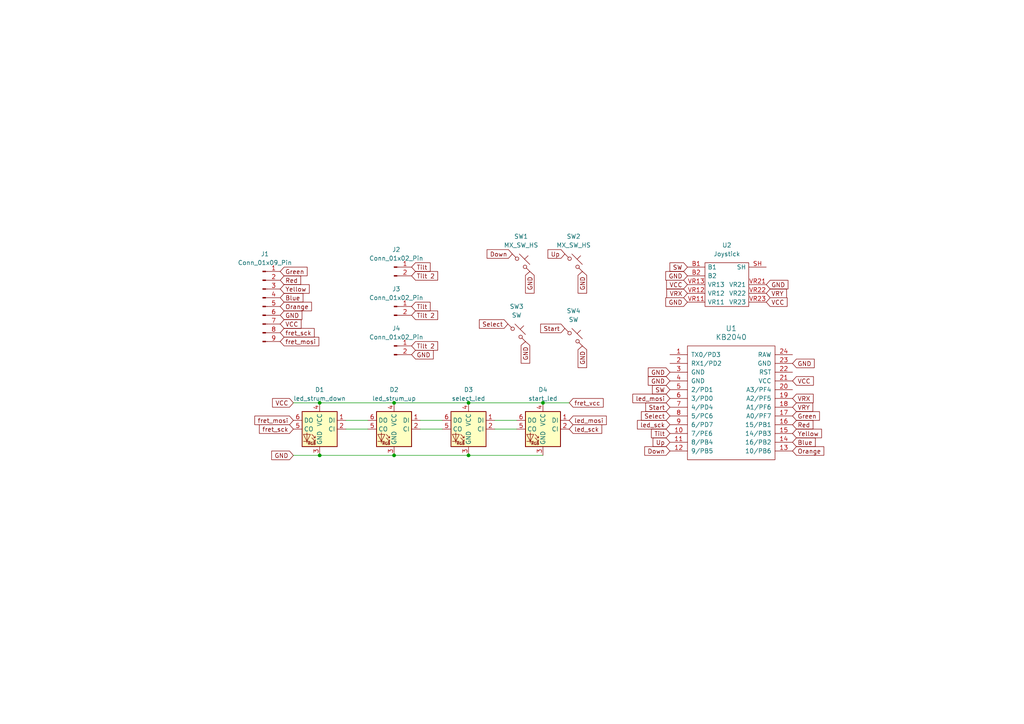
<source format=kicad_sch>
(kicad_sch (version 20230121) (generator eeschema)
  (paper "A4")
  (lib_symbols
    (symbol "Connector:Conn_01x02_Pin" (pin_names (offset 1.016) hide)
      (property "Reference" "J" (at 0 2.54 0))
      (property "Value" "Conn_01x02_Pin" (at 0 -5.08 0))
      (symbol "Conn_01x02_Pin_1_1"
        (polyline (pts (xy 1.27 -2.54) (xy 0.8636 -2.54)) (stroke (width 0.1524)))
        (polyline (pts (xy 1.27 0) (xy 0.8636 0)) (stroke (width 0.1524)))
        (rectangle (start 0.8636 -2.413) (end 0 -2.667) (stroke (width 0.1524)) (fill (type outline)))
        (rectangle (start 0.8636 0.127) (end 0 -0.127) (stroke (width 0.1524)) (fill (type outline)))
        (pin passive line (at 5.08 0 180) (length 3.81) (name "Pin_1") (number "1"))
        (pin passive line (at 5.08 -2.54 180) (length 3.81) (name "Pin_2") (number "2"))
      )
    )
    (symbol "Connector:Conn_01x09_Pin" (pin_names (offset 1.016) hide)
      (property "Reference" "J" (at 0 12.7 0))
      (property "Value" "Conn_01x09_Pin" (at 0 -12.7 0))
      (symbol "Conn_01x09_Pin_1_1"
        (polyline (pts (xy 1.27 -10.16) (xy 0.8636 -10.16)) (stroke (width 0.1524)))
        (polyline (pts (xy 1.27 -7.62) (xy 0.8636 -7.62)) (stroke (width 0.1524)))
        (polyline (pts (xy 1.27 -5.08) (xy 0.8636 -5.08)) (stroke (width 0.1524)))
        (polyline (pts (xy 1.27 -2.54) (xy 0.8636 -2.54)) (stroke (width 0.1524)))
        (polyline (pts (xy 1.27 0) (xy 0.8636 0)) (stroke (width 0.1524)))
        (polyline (pts (xy 1.27 2.54) (xy 0.8636 2.54)) (stroke (width 0.1524)))
        (polyline (pts (xy 1.27 5.08) (xy 0.8636 5.08)) (stroke (width 0.1524)))
        (polyline (pts (xy 1.27 7.62) (xy 0.8636 7.62)) (stroke (width 0.1524)))
        (polyline (pts (xy 1.27 10.16) (xy 0.8636 10.16)) (stroke (width 0.1524)))
        (rectangle (start 0.8636 -10.033) (end 0 -10.287) (stroke (width 0.1524)) (fill (type outline)))
        (rectangle (start 0.8636 -7.493) (end 0 -7.747) (stroke (width 0.1524)) (fill (type outline)))
        (rectangle (start 0.8636 -4.953) (end 0 -5.207) (stroke (width 0.1524)) (fill (type outline)))
        (rectangle (start 0.8636 -2.413) (end 0 -2.667) (stroke (width 0.1524)) (fill (type outline)))
        (rectangle (start 0.8636 0.127) (end 0 -0.127) (stroke (width 0.1524)) (fill (type outline)))
        (rectangle (start 0.8636 2.667) (end 0 2.413) (stroke (width 0.1524)) (fill (type outline)))
        (rectangle (start 0.8636 5.207) (end 0 4.953) (stroke (width 0.1524)) (fill (type outline)))
        (rectangle (start 0.8636 7.747) (end 0 7.493) (stroke (width 0.1524)) (fill (type outline)))
        (rectangle (start 0.8636 10.287) (end 0 10.033) (stroke (width 0.1524)) (fill (type outline)))
        (pin passive line (at 5.08 10.16 180) (length 3.81) (name "Pin_1") (number "1"))
        (pin passive line (at 5.08 7.62 180) (length 3.81) (name "Pin_2") (number "2"))
        (pin passive line (at 5.08 5.08 180) (length 3.81) (name "Pin_3") (number "3"))
        (pin passive line (at 5.08 2.54 180) (length 3.81) (name "Pin_4") (number "4"))
        (pin passive line (at 5.08 0 180) (length 3.81) (name "Pin_5") (number "5"))
        (pin passive line (at 5.08 -2.54 180) (length 3.81) (name "Pin_6") (number "6"))
        (pin passive line (at 5.08 -5.08 180) (length 3.81) (name "Pin_7") (number "7"))
        (pin passive line (at 5.08 -7.62 180) (length 3.81) (name "Pin_8") (number "8"))
        (pin passive line (at 5.08 -10.16 180) (length 3.81) (name "Pin_9") (number "9"))
      )
    )
    (symbol "LED:APA102"
      (property "Reference" "D" (at 5.08 5.715 0))
      (property "Value" "APA102" (at 1.27 -5.715 0))
      (symbol "APA102_0_0"
        (text "RGB" (at 2.286 -4.191 0) (effects (font (size 0.762 0.762))))
      )
      (symbol "APA102_0_1"
        (polyline (pts (xy 1.27 -3.556) (xy 1.778 -3.556)))
        (polyline (pts (xy 1.27 -2.54) (xy 1.778 -2.54)))
        (polyline (pts (xy 4.699 -3.556) (xy 2.667 -3.556)))
        (polyline (pts (xy 2.286 -2.54) (xy 1.27 -3.556) (xy 1.27 -3.048)))
        (polyline (pts (xy 2.286 -1.524) (xy 1.27 -2.54) (xy 1.27 -2.032)))
        (polyline (pts (xy 3.683 -1.016) (xy 3.683 -3.556) (xy 3.683 -4.064)))
        (polyline (pts (xy 4.699 -1.524) (xy 2.667 -1.524) (xy 3.683 -3.556) (xy 4.699 -1.524)))
        (rectangle (start 5.08 5.08) (end -5.08 -5.08) (stroke (width 0.254)) (fill (type background)))
      )
      (symbol "APA102_1_1"
        (pin input line (at -7.62 2.54 0) (length 2.54) (name "DI") (number "1"))
        (pin input line (at -7.62 0 0) (length 2.54) (name "CI") (number "2"))
        (pin power_in line (at 0 -7.62 90) (length 2.54) (name "GND") (number "3"))
        (pin power_in line (at 0 7.62 270) (length 2.54) (name "VCC") (number "4"))
        (pin output line (at 7.62 0 180) (length 2.54) (name "CO") (number "5"))
        (pin output line (at 7.62 2.54 180) (length 2.54) (name "DO") (number "6"))
      )
    )
    (symbol "Minibar:Joystick" (pin_names (offset 0.762))
      (property "Reference" "U1" (at 0 11.43 0))
      (property "Value" "Joystick" (at 0 8.89 0))
      (symbol "Joystick_0_0"
        (pin passive line (at -11.43 -5.08 0) (length 5.08) (name "VR11") (number "VR11"))
        (pin passive line (at -11.43 -2.54 0) (length 5.08) (name "VR12") (number "VR12"))
        (pin passive line (at -11.43 0 0) (length 5.08) (name "VR13") (number "VR13"))
        (pin passive line (at 11.43 0 180) (length 5.08) (name "VR21") (number "VR21"))
        (pin passive line (at 11.43 -2.54 180) (length 5.08) (name "VR22") (number "VR22"))
        (pin passive line (at 11.43 -5.08 180) (length 5.08) (name "VR23") (number "VR23"))
      )
      (symbol "Joystick_0_1"
        (polyline (pts (xy -6.35 6.35) (xy 6.35 6.35) (xy 6.35 -6.35) (xy -6.35 -6.35) (xy -6.35 6.35)) (stroke (width 0.1524)))
      )
      (symbol "Joystick_1_0"
        (pin passive line (at -11.43 5.08 0) (length 5.08) (name "B1") (number "B1"))
        (pin passive line (at -11.43 2.54 0) (length 5.08) (name "B2") (number "B2"))
        (pin passive line (at 11.43 5.08 180) (length 5.08) (name "SH") (number "SH"))
      )
    )
    (symbol "Minibar:KB2040" (pin_names (offset 1.016))
      (property "Reference" "U1" (at 0 21.59 0))
      (property "Value" "KB2040" (at 0 19.05 0))
      (symbol "KB2040_0_1"
        (rectangle (start -12.7 -16.51) (end 12.7 16.51))
      )
      (symbol "KB2040_1_1"
        (pin input line (at -17.78 13.97 0) (length 5.08) (name "TX0/PD3") (number "1"))
        (pin input line (at -17.78 -8.89 0) (length 5.08) (name "7/PE6") (number "10"))
        (pin input line (at -17.78 -11.43 0) (length 5.08) (name "8/PB4") (number "11"))
        (pin input line (at -17.78 -13.97 0) (length 5.08) (name "9/PB5") (number "12"))
        (pin input line (at 17.78 -13.97 180) (length 5.08) (name "10/PB6") (number "13"))
        (pin input line (at 17.78 -11.43 180) (length 5.08) (name "16/PB2") (number "14"))
        (pin input line (at 17.78 -8.89 180) (length 5.08) (name "14/PB3") (number "15"))
        (pin input line (at 17.78 -6.35 180) (length 5.08) (name "15/PB1") (number "16"))
        (pin input line (at 17.78 -3.81 180) (length 5.08) (name "A0/PF7") (number "17"))
        (pin input line (at 17.78 -1.27 180) (length 5.08) (name "A1/PF6") (number "18"))
        (pin input line (at 17.78 1.27 180) (length 5.08) (name "A2/PF5") (number "19"))
        (pin input line (at -17.78 11.43 0) (length 5.08) (name "RX1/PD2") (number "2"))
        (pin input line (at 17.78 3.81 180) (length 5.08) (name "A3/PF4") (number "20"))
        (pin input line (at 17.78 6.35 180) (length 5.08) (name "VCC") (number "21"))
        (pin input line (at 17.78 8.89 180) (length 5.08) (name "RST") (number "22"))
        (pin input line (at 17.78 11.43 180) (length 5.08) (name "GND") (number "23"))
        (pin input line (at 17.78 13.97 180) (length 5.08) (name "RAW") (number "24"))
        (pin input line (at -17.78 8.89 0) (length 5.08) (name "GND") (number "3"))
        (pin input line (at -17.78 6.35 0) (length 5.08) (name "GND") (number "4"))
        (pin input line (at -17.78 3.81 0) (length 5.08) (name "2/PD1") (number "5"))
        (pin input line (at -17.78 1.27 0) (length 5.08) (name "3/PD0") (number "6"))
        (pin input line (at -17.78 -1.27 0) (length 5.08) (name "4/PD4") (number "7"))
        (pin input line (at -17.78 -3.81 0) (length 5.08) (name "5/PC6") (number "8"))
        (pin input line (at -17.78 -6.35 0) (length 5.08) (name "6/PD7") (number "9"))
      )
    )
    (symbol "marbastlib-mx:MX_SW_HS" (pin_numbers hide) (pin_names (offset 1.016) hide)
      (property "Reference" "SW" (at 3.048 1.016 0))
      (property "Value" "MX_SW_HS" (at 0 -3.81 0))
      (symbol "MX_SW_HS_0_1"
        (circle (center -1.1684 1.1684) (radius 0.508))
        (polyline (pts (xy -0.508 2.54) (xy 2.54 -0.508)))
        (polyline (pts (xy 1.016 1.016) (xy 2.032 2.032)))
        (polyline (pts (xy -2.54 2.54) (xy -1.524 1.524) (xy -1.524 1.524)))
        (polyline (pts (xy 1.524 -1.524) (xy 2.54 -2.54) (xy 2.54 -2.54) (xy 2.54 -2.54)))
        (circle (center 1.143 -1.1938) (radius 0.508))
        (pin passive line (at -2.54 2.54 0) (length 0) (name "1") (number "1"))
        (pin passive line (at 2.54 -2.54 180) (length 0) (name "2") (number "2"))
      )
    )
  )
  (junction (at 114.3 116.84))
  (junction (at 92.71 132.08))
  (junction (at 114.3 132.08))
  (junction (at 157.48 116.84))
  (junction (at 135.89 132.08))
  (junction (at 92.71 116.84))
  (junction (at 135.89 116.84))
  (wire (pts (xy 100.33 124.46) (xy 106.68 124.46)))
  (wire (pts (xy 157.48 116.84) (xy 165.1 116.84)))
  (wire (pts (xy 121.92 121.92) (xy 128.27 121.92)))
  (wire (pts (xy 100.33 121.92) (xy 106.68 121.92)))
  (wire (pts (xy 143.51 124.46) (xy 149.86 124.46)))
  (wire (pts (xy 121.92 124.46) (xy 128.27 124.46)))
  (wire (pts (xy 135.89 132.08) (xy 157.48 132.08)))
  (wire (pts (xy 92.71 116.84) (xy 114.3 116.84)))
  (wire (pts (xy 85.09 116.84) (xy 92.71 116.84)))
  (wire (pts (xy 135.89 116.84) (xy 157.48 116.84)))
  (wire (pts (xy 114.3 116.84) (xy 135.89 116.84)))
  (wire (pts (xy 114.3 132.08) (xy 135.89 132.08)))
  (wire (pts (xy 92.71 132.08) (xy 114.3 132.08)))
  (wire (pts (xy 85.09 132.08) (xy 92.71 132.08)))
  (wire (pts (xy 143.51 121.92) (xy 149.86 121.92)))
  (global_label "Start" (shape input) (at 163.83 95.25 180) (property "Intersheetrefs" "${INTERSHEET_REFS}" (effects hide)))
  (global_label "Up" (shape input) (at 163.83 73.66 180) (property "Intersheetrefs" "${INTERSHEET_REFS}" (effects hide)))
  (global_label "GND" (shape input) (at 194.31 110.49 180) (property "Intersheetrefs" "${INTERSHEET_REFS}" (effects hide)))
  (global_label "GND" (shape input) (at 222.25 82.55 0) (property "Intersheetrefs" "${INTERSHEET_REFS}" (effects hide)))
  (global_label "fret_mosi" (shape input) (at 85.09 121.92 180) (property "Intersheetrefs" "${INTERSHEET_REFS}" (effects hide)))
  (global_label "Tilt" (shape input) (at 194.31 125.73 180) (property "Intersheetrefs" "${INTERSHEET_REFS}" (effects hide)))
  (global_label "GND" (shape input) (at 194.31 107.95 180) (property "Intersheetrefs" "${INTERSHEET_REFS}" (effects hide)))
  (global_label "VRX" (shape input) (at 199.39 85.09 180) (property "Intersheetrefs" "${INTERSHEET_REFS}" (effects hide)))
  (global_label "Tilt 2" (shape input) (at 119.38 91.44 0) (property "Intersheetrefs" "${INTERSHEET_REFS}" (effects hide)))
  (global_label "Green" (shape input) (at 229.87 120.65 0) (property "Intersheetrefs" "${INTERSHEET_REFS}" (effects hide)))
  (global_label "VRY" (shape input) (at 222.25 85.09 0) (property "Intersheetrefs" "${INTERSHEET_REFS}" (effects hide)))
  (global_label "Blue" (shape input) (at 81.28 86.36 0) (property "Intersheetrefs" "${INTERSHEET_REFS}" (effects hide)))
  (global_label "Orange" (shape input) (at 229.87 130.81 0) (property "Intersheetrefs" "${INTERSHEET_REFS}" (effects hide)))
  (global_label "VCC" (shape input) (at 85.09 116.84 180) (property "Intersheetrefs" "${INTERSHEET_REFS}" (effects hide)))
  (global_label "Tilt" (shape input) (at 119.38 77.47 0) (property "Intersheetrefs" "${INTERSHEET_REFS}" (effects hide)))
  (global_label "Start" (shape input) (at 194.31 118.11 180) (property "Intersheetrefs" "${INTERSHEET_REFS}" (effects hide)))
  (global_label "VRY" (shape input) (at 229.87 118.11 0) (property "Intersheetrefs" "${INTERSHEET_REFS}" (effects hide)))
  (global_label "VCC" (shape input) (at 81.28 93.98 0) (property "Intersheetrefs" "${INTERSHEET_REFS}" (effects hide)))
  (global_label "Yellow" (shape input) (at 81.28 83.82 0) (property "Intersheetrefs" "${INTERSHEET_REFS}" (effects hide)))
  (global_label "VRX" (shape input) (at 229.87 115.57 0) (property "Intersheetrefs" "${INTERSHEET_REFS}" (effects hide)))
  (global_label "Select" (shape input) (at 147.32 93.98 180) (property "Intersheetrefs" "${INTERSHEET_REFS}" (effects hide)))
  (global_label "Red" (shape input) (at 229.87 123.19 0) (property "Intersheetrefs" "${INTERSHEET_REFS}" (effects hide)))
  (global_label "led_sck" (shape input) (at 165.1 124.46 0) (property "Intersheetrefs" "${INTERSHEET_REFS}" (effects hide)))
  (global_label "Tilt" (shape input) (at 119.38 88.9 0) (property "Intersheetrefs" "${INTERSHEET_REFS}" (effects hide)))
  (global_label "Green" (shape input) (at 81.28 78.74 0) (property "Intersheetrefs" "${INTERSHEET_REFS}" (effects hide)))
  (global_label "VCC" (shape input) (at 229.87 110.49 0) (property "Intersheetrefs" "${INTERSHEET_REFS}" (effects hide)))
  (global_label "led_mosi" (shape input) (at 165.1 121.92 0) (property "Intersheetrefs" "${INTERSHEET_REFS}" (effects hide)))
  (global_label "Yellow" (shape input) (at 229.87 125.73 0) (property "Intersheetrefs" "${INTERSHEET_REFS}" (effects hide)))
  (global_label "GND" (shape input) (at 153.67 78.74 270) (property "Intersheetrefs" "${INTERSHEET_REFS}" (effects hide)))
  (global_label "SW" (shape input) (at 194.31 113.03 180) (property "Intersheetrefs" "${INTERSHEET_REFS}" (effects hide)))
  (global_label "GND" (shape input) (at 199.39 87.63 180) (property "Intersheetrefs" "${INTERSHEET_REFS}" (effects hide)))
  (global_label "Tilt 2" (shape input) (at 119.38 80.01 0) (property "Intersheetrefs" "${INTERSHEET_REFS}" (effects hide)))
  (global_label "GND" (shape input) (at 229.87 105.41 0) (property "Intersheetrefs" "${INTERSHEET_REFS}" (effects hide)))
  (global_label "led_mosi" (shape input) (at 194.31 115.57 180) (property "Intersheetrefs" "${INTERSHEET_REFS}" (effects hide)))
  (global_label "GND" (shape input) (at 168.91 100.33 270) (property "Intersheetrefs" "${INTERSHEET_REFS}" (effects hide)))
  (global_label "GND" (shape input) (at 81.28 91.44 0) (property "Intersheetrefs" "${INTERSHEET_REFS}" (effects hide)))
  (global_label "fret_sck" (shape input) (at 85.09 124.46 180) (property "Intersheetrefs" "${INTERSHEET_REFS}" (effects hide)))
  (global_label "Up" (shape input) (at 194.31 128.27 180) (property "Intersheetrefs" "${INTERSHEET_REFS}" (effects hide)))
  (global_label "VCC" (shape input) (at 199.39 82.55 180) (property "Intersheetrefs" "${INTERSHEET_REFS}" (effects hide)))
  (global_label "GND" (shape input) (at 168.91 78.74 270) (property "Intersheetrefs" "${INTERSHEET_REFS}" (effects hide)))
  (global_label "GND" (shape input) (at 85.09 132.08 180) (property "Intersheetrefs" "${INTERSHEET_REFS}" (effects hide)))
  (global_label "GND" (shape input) (at 199.39 80.01 180) (property "Intersheetrefs" "${INTERSHEET_REFS}" (effects hide)))
  (global_label "led_sck" (shape input) (at 194.31 123.19 180) (property "Intersheetrefs" "${INTERSHEET_REFS}" (effects hide)))
  (global_label "Select" (shape input) (at 194.31 120.65 180) (property "Intersheetrefs" "${INTERSHEET_REFS}" (effects hide)))
  (global_label "VCC" (shape input) (at 222.25 87.63 0) (property "Intersheetrefs" "${INTERSHEET_REFS}" (effects hide)))
  (global_label "Down" (shape input) (at 194.31 130.81 180) (property "Intersheetrefs" "${INTERSHEET_REFS}" (effects hide)))
  (global_label "fret_sck" (shape input) (at 81.28 96.52 0) (property "Intersheetrefs" "${INTERSHEET_REFS}" (effects hide)))
  (global_label "GND" (shape input) (at 152.4 99.06 270) (property "Intersheetrefs" "${INTERSHEET_REFS}" (effects hide)))
  (global_label "Blue" (shape input) (at 229.87 128.27 0) (property "Intersheetrefs" "${INTERSHEET_REFS}" (effects hide)))
  (global_label "Down" (shape input) (at 148.59 73.66 180) (property "Intersheetrefs" "${INTERSHEET_REFS}" (effects hide)))
  (global_label "fret_vcc" (shape input) (at 165.1 116.84 0) (property "Intersheetrefs" "${INTERSHEET_REFS}" (effects hide)))
  (global_label "Orange" (shape input) (at 81.28 88.9 0) (property "Intersheetrefs" "${INTERSHEET_REFS}" (effects hide)))
  (global_label "fret_mosi" (shape input) (at 81.28 99.06 0) (property "Intersheetrefs" "${INTERSHEET_REFS}" (effects hide)))
  (global_label "Tilt 2" (shape input) (at 119.38 100.33 0) (property "Intersheetrefs" "${INTERSHEET_REFS}" (effects hide)))
  (global_label "GND" (shape input) (at 119.38 102.87 0) (property "Intersheetrefs" "${INTERSHEET_REFS}" (effects hide)))
  (global_label "SW" (shape input) (at 199.39 77.47 180) (property "Intersheetrefs" "${INTERSHEET_REFS}" (effects hide)))
  (global_label "Red" (shape input) (at 81.28 81.28 0) (property "Intersheetrefs" "${INTERSHEET_REFS}" (effects hide)))
  (symbol (lib_id "Connector:Conn_01x02_Pin") (at 114.3 77.47 0) (unit 1)
    (property "Reference" "J2" (at 114.935 72.39 0))
    (property "Value" "Conn_01x02_Pin" (at 114.935 74.93 0))
    (property "Footprint" "Connector_PinHeader_2.54mm:PinHeader_1x02_P2.54mm_Vertical" (effects hide))
  )
  (symbol (lib_id "marbastlib-mx:MX_SW_HS") (at 151.13 76.2 0) (unit 1)
    (property "Reference" "SW1" (at 151.13 68.58 0))
    (property "Value" "MX_SW_HS" (at 151.13 71.12 0))
    (property "Footprint" "Minibar:Kailh_Hotswap_MX" (effects hide))
  )
  (symbol (lib_id "LED:APA102") (at 157.48 124.46 0) (mirror y) (unit 1)
    (property "Reference" "D4" (at 157.48 113.03 0))
    (property "Value" "start_led" (at 157.48 115.57 0))
    (property "Footprint" "LED_SMD:LED_RGB_5050-6" (effects hide))
    (property "Datasheet" "http://www.led-color.com/upload/201506/APA102%20LED.pdf" (effects hide))
  )
  (symbol (lib_id "LED:APA102") (at 135.89 124.46 0) (mirror y) (unit 1)
    (property "Reference" "D3" (at 135.89 113.03 0))
    (property "Value" "select_led" (at 135.89 115.57 0))
    (property "Footprint" "LED_SMD:LED_RGB_5050-6" (effects hide))
    (property "Datasheet" "http://www.led-color.com/upload/201506/APA102%20LED.pdf" (effects hide))
  )
  (symbol (lib_id "Connector:Conn_01x09_Pin") (at 76.2 88.9 0) (unit 1)
    (property "Reference" "J1" (at 76.835 73.66 0))
    (property "Value" "Conn_01x09_Pin" (at 76.835 76.2 0))
    (property "Footprint" "Connector_PinHeader_2.54mm:PinHeader_1x09_P2.54mm_Vertical" (effects hide))
  )
  (symbol (lib_id "marbastlib-mx:MX_SW_HS") (at 149.86 96.52 0) (unit 1)
    (property "Reference" "SW3" (at 149.86 88.9 0))
    (property "Value" "SW" (at 149.86 91.44 0))
    (property "Footprint" "Button_Switch_SMD:SW_SPST_PTS645" (effects hide))
  )
  (symbol (lib_id "Connector:Conn_01x02_Pin") (at 114.3 100.33 0) (unit 1)
    (property "Reference" "J4" (at 114.935 95.25 0))
    (property "Value" "Conn_01x02_Pin" (at 114.935 97.79 0))
    (property "Footprint" "Connector_PinHeader_2.54mm:PinHeader_1x02_P2.54mm_Vertical" (effects hide))
  )
  (symbol (lib_id "LED:APA102") (at 114.3 124.46 0) (mirror y) (unit 1)
    (property "Reference" "D2" (at 114.3 113.03 0))
    (property "Value" "led_strum_up" (at 114.3 115.57 0))
    (property "Footprint" "LED_SMD:LED_RGB_5050-6" (effects hide))
    (property "Datasheet" "http://www.led-color.com/upload/201506/APA102%20LED.pdf" (effects hide))
  )
  (symbol (lib_id "marbastlib-mx:MX_SW_HS") (at 166.37 97.79 0) (unit 1)
    (property "Reference" "SW4" (at 166.37 90.17 0))
    (property "Value" "SW" (at 166.37 92.71 0))
    (property "Footprint" "Button_Switch_SMD:SW_SPST_PTS645" (effects hide))
  )
  (symbol (lib_id "marbastlib-mx:MX_SW_HS") (at 166.37 76.2 0) (unit 1)
    (property "Reference" "SW2" (at 166.37 68.58 0))
    (property "Value" "MX_SW_HS" (at 166.37 71.12 0))
    (property "Footprint" "Minibar:Kailh_Hotswap_MX" (effects hide))
  )
  (symbol (lib_id "Minibar:Joystick") (at 210.82 82.55 0) (unit 1)
    (property "Reference" "U2" (at 210.82 71.12 0))
    (property "Value" "Joystick" (at 210.82 73.66 0))
    (property "Footprint" "Minibar:Joystick" (effects hide))
    (property "Datasheet" "https://www.mouser.ca/datasheet/2/15/RKJXK-1370937.pdf" (effects hide))
    (property "Description" "Multi-Directional Switches Stick Controller" (effects hide))
    (property "Height" "18.95" (effects hide))
    (property "Manufacturer_Name" "ALPS Electric" (effects hide))
    (property "Manufacturer_Part_Number" "RKJXV1224005" (effects hide))
    (property "Mouser Part Number" "688-RKJXV1224005" (effects hide))
    (property "Mouser Price/Stock" "https://www.mouser.co.uk/ProductDetail/Alps-Alpine/RKJXV1224005?qs=RiQAlOPxzzAqLSX9lUzx8Q%3D%3D" (effects hide))
  )
  (symbol (lib_id "LED:APA102") (at 92.71 124.46 0) (mirror y) (unit 1)
    (property "Reference" "D1" (at 92.71 113.03 0))
    (property "Value" "led_strum_down" (at 92.71 115.57 0))
    (property "Footprint" "LED_SMD:LED_RGB_5050-6" (effects hide))
    (property "Datasheet" "http://www.led-color.com/upload/201506/APA102%20LED.pdf" (effects hide))
  )
  (symbol (lib_id "Minibar:KB2040") (at 212.09 116.84 0) (unit 1)
    (property "Reference" "U1" (at 212.09 95.25 0) (effects (font (size 1.524 1.524))))
    (property "Value" "KB2040" (at 212.09 97.79 0) (effects (font (size 1.524 1.524))))
    (property "Footprint" "Minibar:KB2040-SMD" (effects hide))
  )
  (symbol (lib_id "Connector:Conn_01x02_Pin") (at 114.3 88.9 0) (unit 1)
    (property "Reference" "J3" (at 114.935 83.82 0))
    (property "Value" "Conn_01x02_Pin" (at 114.935 86.36 0))
    (property "Footprint" "Minibar:Solder_Jumper" (effects hide))
  )
)
</source>
